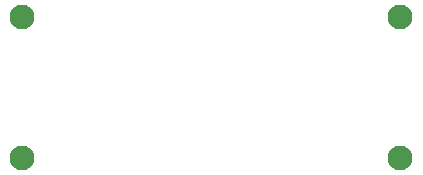
<source format=gbr>
%TF.GenerationSoftware,KiCad,Pcbnew,9.0.4*%
%TF.CreationDate,2025-10-07T06:12:06+05:30*%
%TF.ProjectId,Project6,50726f6a-6563-4743-962e-6b696361645f,rev?*%
%TF.SameCoordinates,Original*%
%TF.FileFunction,NonPlated,1,2,NPTH,Drill*%
%TF.FilePolarity,Positive*%
%FSLAX46Y46*%
G04 Gerber Fmt 4.6, Leading zero omitted, Abs format (unit mm)*
G04 Created by KiCad (PCBNEW 9.0.4) date 2025-10-07 06:12:06*
%MOMM*%
%LPD*%
G01*
G04 APERTURE LIST*
%TA.AperFunction,ComponentDrill*%
%ADD10C,2.100000*%
%TD*%
G04 APERTURE END LIST*
D10*
%TO.C,H1*%
X103500000Y-77500000D03*
%TO.C,H2*%
X103500000Y-89500000D03*
%TO.C,H3*%
X135500000Y-77500000D03*
%TO.C,H4*%
X135500000Y-89500000D03*
M02*

</source>
